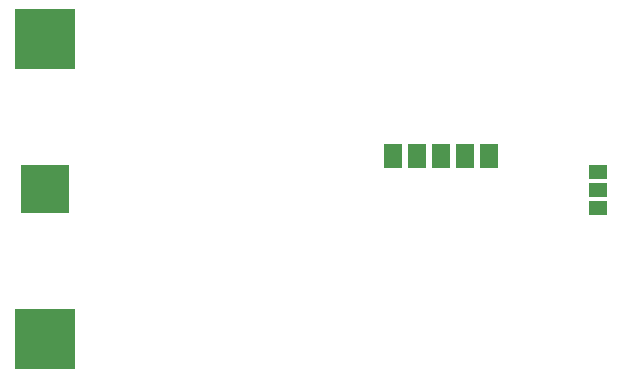
<source format=gbp>
G75*
%MOIN*%
%OFA0B0*%
%FSLAX25Y25*%
%IPPOS*%
%LPD*%
%AMOC8*
5,1,8,0,0,1.08239X$1,22.5*
%
%ADD10R,0.06300X0.04600*%
%ADD11R,0.16000X0.16000*%
%ADD12R,0.20000X0.20000*%
%ADD13R,0.05906X0.07874*%
D10*
X0246822Y0122805D03*
X0246822Y0128805D03*
X0246822Y0134805D03*
D11*
X0062295Y0129159D03*
D12*
X0062295Y0079159D03*
X0062295Y0179159D03*
D13*
X0178405Y0140293D03*
X0186405Y0140293D03*
X0194405Y0140293D03*
X0202405Y0140293D03*
X0210405Y0140293D03*
M02*

</source>
